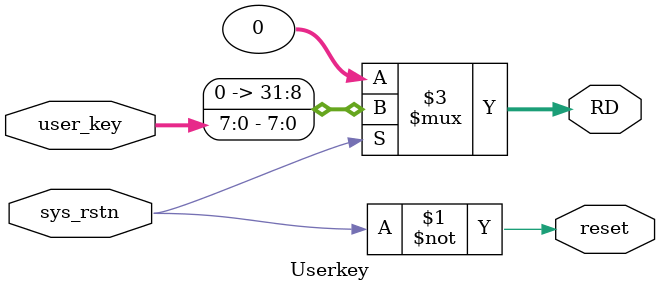
<source format=v>
/*
 * name: userkey
 * author: btapple
 * description: 8 general user keys and 1 reset key
 */
`ifndef __USERKEY_V__
`define __USERKEY_V__
`include "../macro.vh"
`timescale 1ns / 1ps
module Userkey(
    input sys_rstn,
    input [7:0] user_key,
    output reset,
    output [31:0] RD
);
    assign reset = ~sys_rstn;
    assign RD = (reset==1'b1)? 32'b0:
                               {24'b0,user_key};
endmodule // Userkey
`endif
</source>
